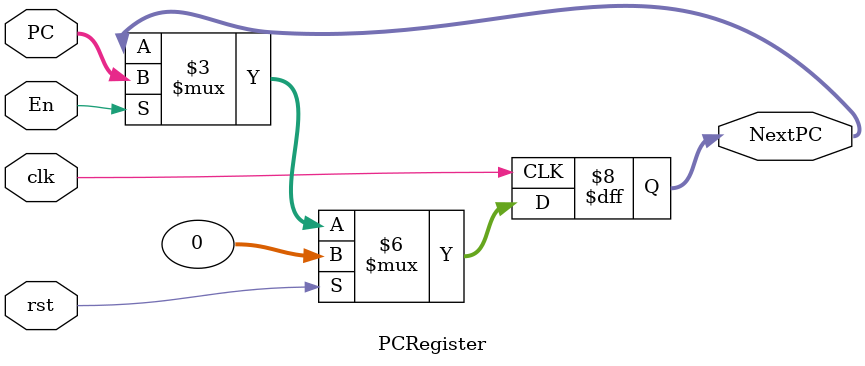
<source format=v>
module PCRegister (
    input clk, rst, En,
    input [31:0] PC,
    output reg [31:0] NextPC
);
always @(posedge clk) begin
    if(rst)
        NextPC<= 32'b0;
    else if(En)
        NextPC<= PC;
    else
        NextPC<= NextPC;
end
endmodule
</source>
